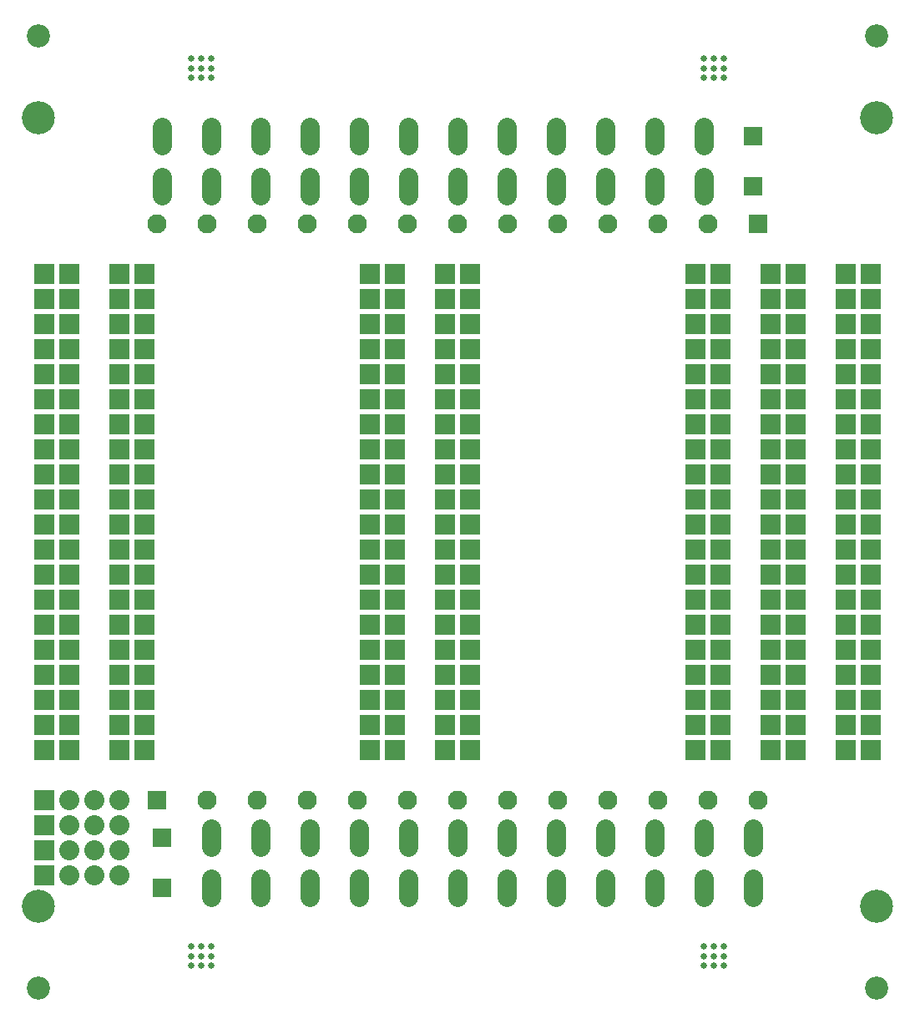
<source format=gbs>
G75*
%MOIN*%
%OFA0B0*%
%FSLAX25Y25*%
%IPPOS*%
%LPD*%
%AMOC8*
5,1,8,0,0,1.08239X$1,22.5*
%
%ADD10C,0.13198*%
%ADD11C,0.02569*%
%ADD12C,0.09261*%
%ADD13R,0.08000X0.08000*%
%ADD14C,0.07687*%
%ADD15R,0.07687X0.07687*%
%ADD16C,0.07687*%
%ADD17C,0.08000*%
D10*
X0016427Y0041170D03*
X0016427Y0356131D03*
X0351072Y0356131D03*
X0351072Y0041170D03*
D11*
X0290049Y0025422D03*
X0290049Y0021485D03*
X0290049Y0017548D03*
X0286112Y0017548D03*
X0286112Y0021485D03*
X0286112Y0025422D03*
X0282175Y0025422D03*
X0282175Y0021485D03*
X0282175Y0017548D03*
X0085324Y0017548D03*
X0081387Y0017548D03*
X0077450Y0017548D03*
X0077450Y0021485D03*
X0077450Y0025422D03*
X0081387Y0025422D03*
X0081387Y0021485D03*
X0085324Y0021485D03*
X0085324Y0025422D03*
X0085324Y0371879D03*
X0081387Y0371879D03*
X0077450Y0371879D03*
X0077450Y0375816D03*
X0077450Y0379753D03*
X0081387Y0379753D03*
X0081387Y0375816D03*
X0085324Y0375816D03*
X0085324Y0379753D03*
X0282175Y0379753D03*
X0286112Y0379753D03*
X0286112Y0375816D03*
X0286112Y0371879D03*
X0282175Y0371879D03*
X0282175Y0375816D03*
X0290049Y0375816D03*
X0290049Y0379753D03*
X0290049Y0371879D03*
D12*
X0016427Y0008690D03*
X0351072Y0008690D03*
X0351072Y0388611D03*
X0016427Y0388611D03*
D13*
X0018750Y0293650D03*
X0028750Y0293650D03*
X0028750Y0283650D03*
X0018750Y0283650D03*
X0018750Y0273650D03*
X0028750Y0273650D03*
X0028750Y0263650D03*
X0018750Y0263650D03*
X0018750Y0253650D03*
X0028750Y0253650D03*
X0028750Y0243650D03*
X0018750Y0243650D03*
X0018750Y0233650D03*
X0028750Y0233650D03*
X0028750Y0223650D03*
X0018750Y0223650D03*
X0018750Y0213650D03*
X0028750Y0213650D03*
X0028750Y0203650D03*
X0018750Y0203650D03*
X0018750Y0193650D03*
X0028750Y0193650D03*
X0028750Y0183650D03*
X0018750Y0183650D03*
X0018750Y0173650D03*
X0028750Y0173650D03*
X0028750Y0163650D03*
X0018750Y0163650D03*
X0018750Y0153650D03*
X0028750Y0153650D03*
X0028750Y0143650D03*
X0018750Y0143650D03*
X0018750Y0133650D03*
X0028750Y0133650D03*
X0028750Y0123650D03*
X0018750Y0123650D03*
X0018750Y0113650D03*
X0028750Y0113650D03*
X0028750Y0103650D03*
X0018750Y0103650D03*
X0018750Y0083650D03*
X0018750Y0073650D03*
X0018750Y0063650D03*
X0018750Y0053650D03*
X0048750Y0103650D03*
X0048750Y0113650D03*
X0058750Y0113650D03*
X0058750Y0103650D03*
X0058750Y0123650D03*
X0058750Y0133650D03*
X0058750Y0143650D03*
X0058750Y0153650D03*
X0058750Y0163650D03*
X0058750Y0173650D03*
X0058750Y0183650D03*
X0058750Y0193650D03*
X0058750Y0203650D03*
X0058750Y0213650D03*
X0058750Y0223650D03*
X0058750Y0233650D03*
X0058750Y0243650D03*
X0058750Y0253650D03*
X0058750Y0263650D03*
X0058750Y0273650D03*
X0058750Y0283650D03*
X0058750Y0293650D03*
X0048750Y0293650D03*
X0048750Y0283650D03*
X0048750Y0273650D03*
X0048750Y0263650D03*
X0048750Y0253650D03*
X0048750Y0243650D03*
X0048750Y0233650D03*
X0048750Y0223650D03*
X0048750Y0213650D03*
X0048750Y0203650D03*
X0048750Y0193650D03*
X0048750Y0183650D03*
X0048750Y0173650D03*
X0048750Y0163650D03*
X0048750Y0153650D03*
X0048750Y0143650D03*
X0048750Y0133650D03*
X0048750Y0123650D03*
X0148750Y0123650D03*
X0148750Y0133650D03*
X0158750Y0133650D03*
X0158750Y0123650D03*
X0158750Y0113650D03*
X0158750Y0103650D03*
X0148750Y0103650D03*
X0148750Y0113650D03*
X0178750Y0113650D03*
X0178750Y0103650D03*
X0188750Y0103650D03*
X0188750Y0113650D03*
X0188750Y0123650D03*
X0188750Y0133650D03*
X0188750Y0143650D03*
X0188750Y0153650D03*
X0188750Y0163650D03*
X0188750Y0173650D03*
X0188750Y0183650D03*
X0188750Y0193650D03*
X0188750Y0203650D03*
X0188750Y0213650D03*
X0188750Y0223650D03*
X0188750Y0233650D03*
X0188750Y0243650D03*
X0188750Y0253650D03*
X0188750Y0263650D03*
X0188750Y0273650D03*
X0188750Y0283650D03*
X0188750Y0293650D03*
X0178750Y0293650D03*
X0178750Y0283650D03*
X0178750Y0273650D03*
X0178750Y0263650D03*
X0178750Y0253650D03*
X0178750Y0243650D03*
X0178750Y0233650D03*
X0178750Y0223650D03*
X0178750Y0213650D03*
X0178750Y0203650D03*
X0178750Y0193650D03*
X0178750Y0183650D03*
X0178750Y0173650D03*
X0178750Y0163650D03*
X0178750Y0153650D03*
X0178750Y0143650D03*
X0178750Y0133650D03*
X0178750Y0123650D03*
X0158750Y0143650D03*
X0158750Y0153650D03*
X0158750Y0163650D03*
X0158750Y0173650D03*
X0158750Y0183650D03*
X0158750Y0193650D03*
X0158750Y0203650D03*
X0158750Y0213650D03*
X0158750Y0223650D03*
X0158750Y0233650D03*
X0158750Y0243650D03*
X0158750Y0253650D03*
X0158750Y0263650D03*
X0158750Y0273650D03*
X0158750Y0283650D03*
X0158750Y0293650D03*
X0148750Y0293650D03*
X0148750Y0283650D03*
X0148750Y0273650D03*
X0148750Y0263650D03*
X0148750Y0253650D03*
X0148750Y0243650D03*
X0148750Y0233650D03*
X0148750Y0223650D03*
X0148750Y0213650D03*
X0148750Y0203650D03*
X0148750Y0193650D03*
X0148750Y0183650D03*
X0148750Y0173650D03*
X0148750Y0163650D03*
X0148750Y0153650D03*
X0148750Y0143650D03*
X0278750Y0143650D03*
X0278750Y0153650D03*
X0288750Y0153650D03*
X0288750Y0143650D03*
X0288750Y0133650D03*
X0288750Y0123650D03*
X0288750Y0113650D03*
X0288750Y0103650D03*
X0278750Y0103650D03*
X0278750Y0113650D03*
X0278750Y0123650D03*
X0278750Y0133650D03*
X0278750Y0163650D03*
X0278750Y0173650D03*
X0288750Y0173650D03*
X0288750Y0163650D03*
X0288750Y0183650D03*
X0288750Y0193650D03*
X0288750Y0203650D03*
X0288750Y0213650D03*
X0288750Y0223650D03*
X0288750Y0233650D03*
X0288750Y0243650D03*
X0288750Y0253650D03*
X0288750Y0263650D03*
X0288750Y0273650D03*
X0288750Y0283650D03*
X0288750Y0293650D03*
X0278750Y0293650D03*
X0278750Y0283650D03*
X0278750Y0273650D03*
X0278750Y0263650D03*
X0278750Y0253650D03*
X0278750Y0243650D03*
X0278750Y0233650D03*
X0278750Y0223650D03*
X0278750Y0213650D03*
X0278750Y0203650D03*
X0278750Y0193650D03*
X0278750Y0183650D03*
X0308750Y0183650D03*
X0318750Y0183650D03*
X0318750Y0193650D03*
X0308750Y0193650D03*
X0308750Y0203650D03*
X0318750Y0203650D03*
X0318750Y0213650D03*
X0308750Y0213650D03*
X0308750Y0223650D03*
X0318750Y0223650D03*
X0318750Y0233650D03*
X0308750Y0233650D03*
X0308750Y0243650D03*
X0318750Y0243650D03*
X0318750Y0253650D03*
X0308750Y0253650D03*
X0308750Y0263650D03*
X0318750Y0263650D03*
X0318750Y0273650D03*
X0308750Y0273650D03*
X0308750Y0283650D03*
X0318750Y0283650D03*
X0318750Y0293650D03*
X0308750Y0293650D03*
X0338750Y0293650D03*
X0338750Y0283650D03*
X0348750Y0283650D03*
X0348750Y0293650D03*
X0348750Y0273650D03*
X0348750Y0263650D03*
X0348750Y0253650D03*
X0348750Y0243650D03*
X0348750Y0233650D03*
X0348750Y0223650D03*
X0348750Y0213650D03*
X0348750Y0203650D03*
X0348750Y0193650D03*
X0348750Y0183650D03*
X0348750Y0173650D03*
X0348750Y0163650D03*
X0348750Y0153650D03*
X0348750Y0143650D03*
X0348750Y0133650D03*
X0348750Y0123650D03*
X0348750Y0113650D03*
X0348750Y0103650D03*
X0338750Y0103650D03*
X0338750Y0113650D03*
X0338750Y0123650D03*
X0338750Y0133650D03*
X0338750Y0143650D03*
X0338750Y0153650D03*
X0338750Y0163650D03*
X0338750Y0173650D03*
X0338750Y0183650D03*
X0338750Y0193650D03*
X0338750Y0203650D03*
X0338750Y0213650D03*
X0338750Y0223650D03*
X0338750Y0233650D03*
X0338750Y0243650D03*
X0338750Y0253650D03*
X0338750Y0263650D03*
X0338750Y0273650D03*
X0318750Y0173650D03*
X0318750Y0163650D03*
X0308750Y0163650D03*
X0308750Y0173650D03*
X0308750Y0153650D03*
X0318750Y0153650D03*
X0318750Y0143650D03*
X0308750Y0143650D03*
X0308750Y0133650D03*
X0318750Y0133650D03*
X0318750Y0123650D03*
X0308750Y0123650D03*
X0308750Y0113650D03*
X0318750Y0113650D03*
X0318750Y0103650D03*
X0308750Y0103650D03*
D14*
X0301860Y0072194D02*
X0301860Y0065107D01*
X0301860Y0052194D02*
X0301860Y0045107D01*
X0282175Y0045107D02*
X0282175Y0052194D01*
X0282175Y0065107D02*
X0282175Y0072194D01*
X0262490Y0072194D02*
X0262490Y0065107D01*
X0262490Y0052194D02*
X0262490Y0045107D01*
X0242805Y0045107D02*
X0242805Y0052194D01*
X0242805Y0065107D02*
X0242805Y0072194D01*
X0223120Y0072194D02*
X0223120Y0065107D01*
X0223120Y0052194D02*
X0223120Y0045107D01*
X0203435Y0045107D02*
X0203435Y0052194D01*
X0203435Y0065107D02*
X0203435Y0072194D01*
X0183750Y0072194D02*
X0183750Y0065107D01*
X0183750Y0052194D02*
X0183750Y0045107D01*
X0164064Y0045107D02*
X0164064Y0052194D01*
X0164064Y0065107D02*
X0164064Y0072194D01*
X0144379Y0072194D02*
X0144379Y0065107D01*
X0144379Y0052194D02*
X0144379Y0045107D01*
X0124694Y0045107D02*
X0124694Y0052194D01*
X0124694Y0065107D02*
X0124694Y0072194D01*
X0105009Y0072194D02*
X0105009Y0065107D01*
X0105009Y0052194D02*
X0105009Y0045107D01*
X0085324Y0045107D02*
X0085324Y0052194D01*
X0085324Y0065107D02*
X0085324Y0072194D01*
X0085324Y0325107D02*
X0085324Y0332194D01*
X0085324Y0345107D02*
X0085324Y0352194D01*
X0105009Y0352194D02*
X0105009Y0345107D01*
X0105009Y0332194D02*
X0105009Y0325107D01*
X0124694Y0325107D02*
X0124694Y0332194D01*
X0124694Y0345107D02*
X0124694Y0352194D01*
X0144379Y0352194D02*
X0144379Y0345107D01*
X0144379Y0332194D02*
X0144379Y0325107D01*
X0164064Y0325107D02*
X0164064Y0332194D01*
X0164064Y0345107D02*
X0164064Y0352194D01*
X0183750Y0352194D02*
X0183750Y0345107D01*
X0183750Y0332194D02*
X0183750Y0325107D01*
X0203435Y0325107D02*
X0203435Y0332194D01*
X0203435Y0345107D02*
X0203435Y0352194D01*
X0223120Y0352194D02*
X0223120Y0345107D01*
X0223120Y0332194D02*
X0223120Y0325107D01*
X0242805Y0325107D02*
X0242805Y0332194D01*
X0242805Y0345107D02*
X0242805Y0352194D01*
X0262490Y0352194D02*
X0262490Y0345107D01*
X0262490Y0332194D02*
X0262490Y0325107D01*
X0282175Y0325107D02*
X0282175Y0332194D01*
X0282175Y0345107D02*
X0282175Y0352194D01*
X0065639Y0352194D02*
X0065639Y0345107D01*
X0065639Y0332194D02*
X0065639Y0325107D01*
D15*
X0063750Y0083650D03*
X0065639Y0068650D03*
X0065639Y0048650D03*
X0303750Y0313650D03*
X0301860Y0328650D03*
X0301860Y0348650D03*
D16*
X0283750Y0313650D03*
X0263750Y0313650D03*
X0243750Y0313650D03*
X0223750Y0313650D03*
X0203750Y0313650D03*
X0183750Y0313650D03*
X0163750Y0313650D03*
X0143750Y0313650D03*
X0123750Y0313650D03*
X0103750Y0313650D03*
X0083750Y0313650D03*
X0063750Y0313650D03*
X0083750Y0083650D03*
X0103750Y0083650D03*
X0123750Y0083650D03*
X0143750Y0083650D03*
X0163750Y0083650D03*
X0183750Y0083650D03*
X0203750Y0083650D03*
X0223750Y0083650D03*
X0243750Y0083650D03*
X0263750Y0083650D03*
X0283750Y0083650D03*
X0303750Y0083650D03*
D17*
X0048750Y0083650D03*
X0048750Y0073650D03*
X0048750Y0063650D03*
X0048750Y0053650D03*
X0038750Y0053650D03*
X0038750Y0063650D03*
X0038750Y0073650D03*
X0038750Y0083650D03*
X0028750Y0083650D03*
X0028750Y0073650D03*
X0028750Y0063650D03*
X0028750Y0053650D03*
M02*

</source>
